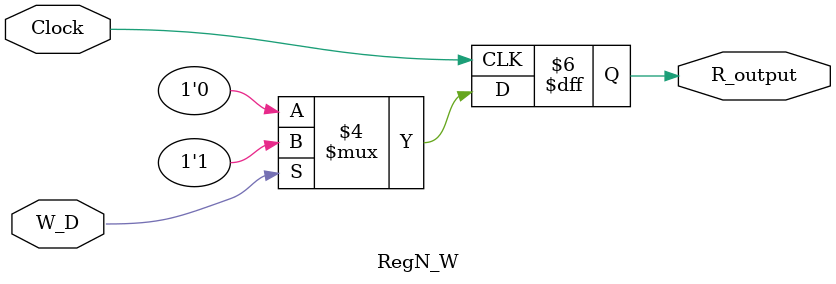
<source format=v>
module pratica2(
	input PClock,
	input ResetIn,
	output [15:0] bus,
	output [15:0] Reg0,
	output [15:0] Reg1,
	output [15:0] Reg2,
	output [15:0] Reg3,
	output [15:0] Reg4,
	output [15:0] Reg5,
	output [15:0] Reg6,
	output [15:0] PC,
	
	// Saídas adicionadas para serem mostradas na FPGA
	output [15:0] Addr,
	output [9:0] ir,
	output [2:0] counter,
	output [2:0] aluOp
);

//wire [15:0] Addr;

wire done;
wire [15:0] DIN;
wire [15:0] DataInMem;
wire W;

// Processador Multiciclo
proc processador(PClock, DIN, ResetIn, Reg0, Reg1, Reg2, Reg3, Reg4, Reg5, Reg6, PC /*Reg7*/, Addr /*Addr_output*/, DataInMem /*Dout_output*/, W /*Wren*/, bus, done, ir /*IR_output*/, counter, aluop);

//Memória RAM
//Posição 0 a 9 => Dados
//Posição 10 a 20 => Instruções
mem_ram mem_data (Addr, PClock, DataInMem, W, DIN);

endmodule

module proc(
	input Clock,
	input [15:0]DIN, // DIN[9:6] -> Opcode, DIN[5:3] -> XXX , DIN[2:0] -> YYY
	input Reset,
	output [15:0] R0_output,
	output [15:0] R1_output,
	output [15:0] R2_output, 
	output [15:0] R3_output,
	output [15:0] R4_output,
	output [15:0] R5_output, 
	output [15:0] R6_output,
	output [15:0] R7_output,
	output [15:0] Addr_output,
	output [15:0] Dout_output,
	output W,
	output reg[15:0] BusWires,
	output Done,
	output [9:0] IR_output,
	output [2:0] Counter,
	output [2:0] ALUop
); 
	
// wire [2:0] Counter;
// wire [9:0] IR_output;
// wire [2:0] ALUop;

wire [15:0] RNin; 			 			// Recebe o sinal que habilita a escrita nos registradores RN
wire [10:0] IRin; 						// Recebe o sinal que habilita a escrita no registrador IR
wire Ain, Gin; 							// Recebe o sinal que habilita a escrita nos registradores A e G
wire Dout_in, Addr_in, W_D; 			// Recebe o sinal que habilita a escrita nos registradores ADDR, DOUT e W
wire Gout; 									// Recebe o sinal que habilita a leitura do registrador G
wire [15:0] A_output; 					// Recebe a saída do registrador A
wire [7:0] RNout; 						// Recebe o sinal que habilita a leitura do registrador RN
wire [15:0] G_output, ALU_output; 	// Recebe a saída do registrador G e da ULA
wire DINout; 								// Recebe o sinal que habilita a leitura de DIN
wire Clear = Reset; 						// Sinal de Clear do PC -> Reinicia o valor de PC
wire Clear_counter = Done; 			// Sinal de Clear do Counter -> Reinicia o valor de Counter
wire Incr_pc; 								// Sinal de incremento do PC
wire is_Load; 								// Sinal que indica se a instrução em execução é um Load
wire is_mvi;                        // Sinal que indica se a instrução em execução é um MVI
  
//Counter
Counter C(Clock, Clear_counter, Counter);

//Atribuindo o valor dos registradores a XXX e YYY
//DIN[5:3] -> RX
//DIN[2:0] -> RY
wire [7:0] XXX, YYY;
RegUpcode X(DIN[5:3], is_Load, is_mvi, XXX);
RegUpcode Y(DIN[2:0], is_Load, is_mvi, YYY);

//Unidade de Controle   
ControlUnit CU(IR_output, Counter, XXX, YYY, G_output, IRin, RNout, RNin, Ain, Gin, Gout, DINout, ALUop, Done, W_D, Addr_in, Dout_in, Incr_pc, is_Load, is_mvi);

//ULA
ALU alu(A_output, BusWires, ALUop, ALU_output);

//Registradores (A, G, IR, R0, R1, R2, R3, R4, R5, R6)
RegN A_reg(Clock, Ain, BusWires, A_output);
Reg1 G_reg(Clock, Gin, ALU_output, G_output); // Voltar para regn - Valor: 1
RegIR IR_reg(Clock, Done, IRin, DIN, IR_output);
Reg0 R0(Clock, RNin[0], BusWires, R0_output); // 9
Reg1 R1(Clock, RNin[1], BusWires, R1_output); // 3
Reg2 R2(Clock, RNin[2], BusWires, R2_output); // 1
RegN R3(Clock, RNin[3], BusWires, R3_output);
RegN R4(Clock, RNin[4], BusWires, R4_output);
RegN R5(Clock, RNin[5], BusWires, R5_output);
RegN R6(Clock, RNin[6], BusWires, R6_output);

//PC
RegN_pc R7(BusWires, RNin[7], Clock, Incr_pc, Clear, R7_output);

//ADDR
RegN_addr reg_addr (R7_output, Incr_pc, Clock, Addr_in, BusWires, Addr_output);

//DOUT
RegN reg_dout (Clock, Dout_in, BusWires, Dout_output);

//W_D
RegN_W reg_W (Clock, W_D, W);

//Multiplexador
always @(RNout, Gout, DINout) begin
	// Concatena os sinais para formar o sinal de SELECT de 10 bits para o Mux identificar qual dado vai pro Bus
	// RNout, Gout e DINout são os sinais de controle do Mux
	case({RNout,Gout,DINout})
		10'b0000000001: BusWires <= DIN;
		10'b0000000010: BusWires <= G_output;
		10'b0000000100: BusWires <= R0_output;
		10'b0000001000: BusWires <= R1_output;
		10'b0000010000: BusWires <= R2_output;
		10'b0000100000: BusWires <= R3_output;
		10'b0001000000: BusWires <= R4_output;
		10'b0010000000: BusWires <= R5_output;
		10'b0100000000: BusWires <= R6_output;
		10'b1000000000: BusWires = R7_output;
	endcase     
end
    
endmodule

module ControlUnit(
	input [9:0] IR,          //Define a instrução executada -> IR[8:6]: Opcode
	input [2:0] Counter,     //Contador para que não ocorra sobreposição de instruções.
	input [7:0] XXX,         //Define o reg XXX da instrução.
	input [7:0] YYY,         //Define o reg XXX da instrução.    
	input [15:0] G_output,   //Define a saída de G.    
	output reg [10:0] IRin,  //Habilita a escrita em IR.    
	output reg [7:0] RNout,  //Define se a saída dos reg R0 a R7 seram utilizados.
	output reg [7:0] RNin,   //Habilita a escrita de dados nos reg R0 a R7.  
	output reg Ain,          //Habilita o uso do registrador A. 
	output reg Gin,          //Habilita o uso do registrador G.
	output reg Gout,
	output reg DINout,       //Define se a próxima IR será uma instrução ou dado da chamada imediata.    
	output reg [2:0] ALUOp,  //Define a operação da ULA.    
	output reg Done,     	 //Informa o término da instrução.
	output reg W_D,
	output reg Addr_in,
	output reg Dout_in,
	output reg Incr_pc,      //Habilita a escrita no reg R7: incremento do PC.
	output reg is_Load,
	output reg is_mvi
);  

wire[3:0] ADD = 4'b0000, SUB = 4'b0001, OR = 4'b0010, SLT = 4'b0011, SLL = 4'b0100, SRL = 4'b0101, MV = 4'b0110, MVI = 4'b0111, LD = 4'b1000, SD = 4'b1001, MVNZ = 4'b1010; 

initial begin
	// Sinal para controlar se a instrução em questão é ou não um load ou um MVI
	// Esse sinal foi criado para evitar que o valor dos registradores XXX e YYY sejam alterados quando a instrução de load ou MVI carregar um dado em DIN
	is_Load = 1'b0;
	is_mvi = 1'b0;
end

always @(Counter or IR or XXX or YYY) begin
   
	IRin = 1'b0;
	RNout[7:0] = 8'b00000000;
	RNin[7:0] = 8'b00000000;
	DINout = 1'b0;
	Ain = 1'b0;
	Gin = 1'b0;
	Gout = 1'b0;
	Incr_pc = 1'b0;
	Done = 1'b0;
	W_D = 1'b0;
	Addr_in = 1'b0;
	Dout_in = 1'b0;
	 
	case (Counter)
		
		// Time Step 0
		3'b000: begin
			RNout = 8'b10000000;         // Habilita a escrita do valor de PC (Reg7) no Bus
			Addr_in = 1'b1;              // Habilita a escrita em Addr -> Addr receberá o valor de PC
			is_Load = 1'b0;              // Coloca o sinal de LD para 0 no início da execução, caso a última instrução tenha sido um LD
			is_mvi = 1'b0;              // Coloca o sinal de MVI para 0 no início da execução, caso a última instrução tenha sido um MVI
		end
		
		// Time Step 1
		3'b001: begin
			// Aguarda o valor buscado na memória ser retornado para DIN
		end
			
		// Time Step 2
		3'b010: begin
			IRin = 1'b1;                 // Habilita a escrita em IR -> IR recebe os dados referente a instrução atual
		end
			
		// Time Step 3
		3'b011: begin			
			case (IR[9:6]) 
				ADD, SUB, OR, SLT: begin  // Instrução add, sub, or, slt
					RNout = XXX;           // Define o registrador de leitura XXX
					Ain = 1'b1;            // Habilita a escrita no registrador A
				end
				SLL: begin                // Instrução sll
					RNout = XXX;           // Define o registrador de leitura XXX
					Ain = 1'b1;            // Habilita a escrita no registrador A
					ALUOp = 3'b011;        // Define a operação de sll na ULA
				end
				SRL: begin                // Instrução srl
					RNout = XXX;           // Define o registrador de leitura XXX
					Ain = 1'b1;            // Habilita a escrita no registrador A
					ALUOp = 3'b111;        // Define a operação de srl na ULA
				end
            MV: begin                 // Instrução mv
               RNout = YYY;			  // Habilita a retirada do dado do registrador YYY
               RNin = XXX;            // Habilita a escrita no registrador XXX
            end
				MVI: begin
					// 1 - Pegue DIN[15:10] -> Esse valor indica a posição de memória do imediato
					// 2 - Incrementar o PC -> Assim o valor em DIN vai mudar
					Incr_pc = 1'b1; // Incrementa o PC para buscar o imediato que está na posição subsequente da memória
					is_mvi = 1'b1;  // Habilita o sinal que indica que a instrução é um MVI
				end
				MVNZ: begin
					if (G_output != 16'b0) begin  // Realiza um mv apenas se o conteúdo de G != 0
						RNout = YYY;
						RNin = XXX;
					end
				end
				SD: begin
					RNout = YYY;           // Define o registrador de leitura YYY -> O valor salvo em YYY será a posição de memória acessada
					Addr_in = 1'b1;        // Habilita a escrita do endereço de memória a ser acessado no registrador ADDR
				end
				LD: begin
					is_Load = 1'b1;        // Habilita o sinal que indica que a instrução é um load
					RNout = YYY;           // Define o registrador de leitura YYY -> O valor salvo em YYY será a posição de memória acessada
					Addr_in = 1'b1;        // Habilita a escrita do endereço de memória a ser acessado no registrador ADDR
				end
			endcase
		end
		
		// Time Step 4
		3'b100: begin
			case (IR[9:6])
				ADD: begin                // Instrução add
					RNout = YYY;           // Define o registrador de leitura YYY
					Gin = 1'b1;            // Habilita a escrita no registrador G
					ALUOp = 3'b000;        // Define a operação de add na ULA
				end 
				SUB: begin                // Instrução sub
					RNout = YYY;           // Define o registrador de leitura YYY
					Gin = 1'b1;            // Habilita a escrita no registrador G
					ALUOp = 3'b001;        // Define a operação de sub na ULA
				end
				OR: begin                 // Instrução or
					RNout = YYY;           // Define o registrador de leitura YYY
					Gin = 1'b1;            // Habilita a escrita no registrador G
					ALUOp = 3'b010;        // Define a operação de or na ULA
				end
				SLT: begin                // Instrução slt
					RNout = YYY;           // Define o registrador de leitura YYY
					Gin = 1'b1;            // Habilita a escrita no registrador G
					ALUOp = 3'b101;        // Define a operação de slt na ULA
				end
				SLL, SRL: begin           // Instrução sll e srl
					Gin = 1'b1;            // Habilita a escrita no registrador G
					RNout = YYY;           // Define o registrador de leitura YYY
            end
				MV, MVNZ: begin
					Done = 1'b1;           // Define o término da instrução de mv ou mvnz
					Incr_pc = 1'b1;        // Finaliza a instrução e incrementa PC
				end
				SD: begin
					RNout = XXX;           // Define o registrador de leitura XXX -> O valor de XXX será salvo na memória
					Dout_in = 1'b1;        // Habilita a escrita no registrador DOUT -> DOUT recebe o valor de XXX para salvar na memória
					W_D = 1'b1;            // Habilita escrita na memória (wren)
				end
			endcase
		end
		
		// Time Step 5
		3'b101: begin		
			case (IR[9:6]) 
				ADD, SUB, OR, SLT: begin  // Instrução add, sub, or, slt
					Gout = 1'b1;           // Define que o dado de escrita é da saída da ULA
					RNin = XXX;            // Habilita a escrita no registrador XXX
					Done = 1'b1;           // Define o término da instrução
					Incr_pc = 1'b1;        // Finaliza a instrução e incrementa PC
					ALUOp = 3'bx;          // Reseta o valor de AluOp para que nenhuma operação fique indicada na ULA
				end
				SRL, SLL: begin						
					Gout = 1'b1;           // Define que o dado de escrita é da saída da ULA
					RNin = XXX;            // Habilita a escrita no registrador XXX
					Done = 1'b1;           // Define o término da instrução
					Incr_pc = 1'b1;        // Finaliza a instrução e incrementa PC
					ALUOp = 3'bx;          // Reseta o valor de AluOp para que nenhuma operação fique indicada na ULA
				end
			endcase
		end
		
		// Time Step 6
		3'b110: begin
			case (IR[9:6])
				LD: begin
					DINout = 1'b1;         // DIN vai conter o dado que foi pego na memória
					RNin = XXX;            // Habilita a escrita no reg XXX -> O dado que será escrito em XXX foi retornado da memória para DIN
					Done = 1'b1;           // Define o término da instrução
					Incr_pc = 1'b1;        // Finaliza a instrução e incrementa PC
				end
				SD: begin
					W_D = 1'b0;				  // Desliga o sinal de escrita na memória
					Done = 1'b1;           // Define o término da instrução
					Incr_pc = 1'b1;        // Finaliza a instrução e incrementa PC
				end
				MVI: begin
					RNin = XXX;            // Habilita a escrita no registrador XXX
					DINout = 1'b1;         // Habilita a leitura dos dados de DIN (Imediato)
				end
				MVI: begin
					Done = 1'b1;           // Define o término da instrução
					Incr_pc = 1'b1;        // Finaliza a instrução e incrementa PC
				end
			endcase
		end
		
		// Time Step 7
		3'b111: begin
			case (IR[9:6])
				MVI: begin
					Done = 1'b1;           // Define o término da instrução
					Incr_pc = 1'b1;        // Finaliza a instrução e incrementa PC
				end
			endcase
		end
		
   endcase        
end

endmodule

module RegUpcode(
   input [2:0] reg_input, // Bits de DIN que indicam os registradores
	input is_Load, // Sinal para checar se a instrução em execução é ou não um load ou um MVI
	input is_mvi,  // Caso a instrução em execução seja um load ou MVI, a atualização de registradores não acontece quando um dado é colocado em DIN
						// Pois DIN irá receber dados que não dizem respeito a instruções, ou seja, dados que são apenas valores imediatos
   output reg[7:0] reg_output
);

always @(reg_input && ~is_Load && ~is_mvi) begin
	case (reg_input)
		3'b000: reg_output = 8'b00000001; // R0
		3'b001: reg_output = 8'b00000010; // R1
		3'b010: reg_output = 8'b00000100; // R2
		3'b011: reg_output = 8'b00001000; // R3
		3'b100: reg_output = 8'b00010000; // R4
		3'b101: reg_output = 8'b00100000; // R5
		3'b110: reg_output = 8'b01000000; // R6
		3'b111: reg_output = 8'b10000000; // R7
	endcase
end

endmodule

module ALU(
   input [15:0] A,
   input [15:0] Bus, 
   input [2:0] ALUop,
   output reg [15:0] ALU_output
);

always @(ALUop, Bus, A) begin
   case(ALUop)
		3'b000: ALU_output <= A + Bus;          //Add
      3'b001: ALU_output <= A - Bus;          //Sub
      3'b010: ALU_output <= (A | Bus);        //OR
      3'b101: ALU_output <= A < Bus ? 1 : 0;  //slt
      3'b011: ALU_output <= A << Bus;         //SLL
      3'b111: ALU_output <= A >> Bus;         //SLR
   endcase  
end
  
endmodule

module Counter(
   input Clock,
   input Clear,
   output reg [2:0] Counter
);

initial begin
	Counter = 3'b000;
end

always @(posedge Clock) begin

	// O Counter é reinicializado após o fim de cada instrução
	if(Clear) begin
		Counter <= 3'b000;
	end
	
	else begin
		Counter <= Counter + 3'b001;
	end
	
end

endmodule

module RegN_pc(
	input Bus,
	input Rin, // Sinal que habilita a escrita de dados no PC
   input Clock,
	input incr, // Sinal que permite o incremento do PC
   input Clear, // Sinal que habilita a reinicialização do PC
   output reg [15:0] PC_output
);
	
initial begin
	PC_output = 16'b0000000000001010; // PC começa apontando para o posição 10, primeira posição na memória que contém instrução
end
	
always @(posedge Clock) begin

	// Reinicia o PC sempre que uma instrução é finalizada
   if(Clear) begin
      PC_output <= 16'b0000000000001010;
	end
	
	// Salva um valor no PC
	else if (Rin) begin
		PC_output <= Bus;
	end
	
	// Incrementa o PC em uma posição
   else if (incr) begin
      PC_output <= PC_output + 1'b1;
	end
	
end
	
endmodule

module RegN(
   input Clock,
   input Rin, // Sinal que habilita a escrita de dados em RN
   input [15:0] Bus,
   output reg[15:0] R_output
);  

initial begin
	R_output = 16'b0;
end
	
always @(posedge Clock) begin
	if(Rin) begin
		R_output = Bus;
	end
end

endmodule

// MÓDULO UTILIZADO PARA TESTE
module Reg0(
   input Clock,
   input Rin, //Habilita a escrita de dados no reg RN.
   input [15:0] Bus, //Dado de escrita em RN.
   output reg [15:0] R_output //Dado de saída de RN.
);  

initial begin
	R_output = 16'b0000_0000_0000_1001;
end
	
always @(posedge Clock) begin
	if(Rin) begin
		R_output = Bus;
	end
end

endmodule

// MÓDULO UTILIZADO PARA TESTE
module Reg1(
   input Clock,
   input Rin, //Habilita a escrita de dados no reg RN.
   input [15:0] Bus, //Dado de escrita em RN.
   output reg[15:0] R_output //Dado de saída de RN.
);  

initial begin
	R_output = 16'b0000_0000_0000_0011;
end
	
always @(posedge Clock) begin
	if(Rin) begin
		R_output = Bus;
	end
end

endmodule

// MÓDULO UTILIZADO PARA TESTE
module Reg2(
   input Clock,
   input Rin, //Habilita a escrita de dados no reg RN.
   input [15:0] Bus, //Dado de escrita em RN.
   output reg[15:0] R_output //Dado de saída de RN.
);  
initial begin
	R_output = 16'b0000_0000_0000_0001;
end
	
always @(posedge Clock) begin
	if(Rin) begin
		R_output = Bus;
		end
end

endmodule

module RegIR(
   input Clock,
	input Done,
   input Rin, // Sina que habilita a escrita de dados em IR (IR_in)
   input [15:0] DIN, // O dado escrito em IR é proveniente de DIN
   output reg [9:0] R_output
);


always @(posedge Clock) begin

	// Ao final da execução de cada instrução o IR é resetado e se prepara para receber a próxima instrução
	if(Done) begin
		R_output <= 10'bx;
	end
   
	else if(Rin) begin
		R_output = DIN[9:0];
	end
	
end

endmodule

module RegN_addr(
	input pc_output,
	input incr_pc,
   input Clock,
   input Rin, // Sinal que habilita a escrita de dados em ADDR (Addr_in)
   input [15:0] Bus,
   output reg[15:0] R_output
);

reg [15:0] pc_value; // Variável usada para salvar o valor de PC localmente e facilitar a atualização de ADDR

initial begin
	R_output = 16'b0000000000001010;
	pc_value = 16'b0000000000001010;
end
	
always @(posedge Clock) begin

	// Coloca o valor de PC em ADDR sempre que PC é atualizado, ou seja, sempre que uma instrução termina
	// Para isso utiliza a variável pc_value
	if (incr_pc) begin
		pc_value = pc_value + 1'b1;
      R_output <= pc_value;
	end

	else if(Rin) begin
		R_output = Bus;
	end
	
end

endmodule

module RegN_W(
   input Clock,
   input W_D, // Sinal que habilita a escrita de dados em W
   output reg R_output
);  

initial begin
	R_output = 1'b0;
end
	
always @(posedge Clock) begin

	if(W_D) begin
		R_output = 1'b1;
	end
	
	else begin
		R_output = 1'b0;
	end
	
end

endmodule




</source>
